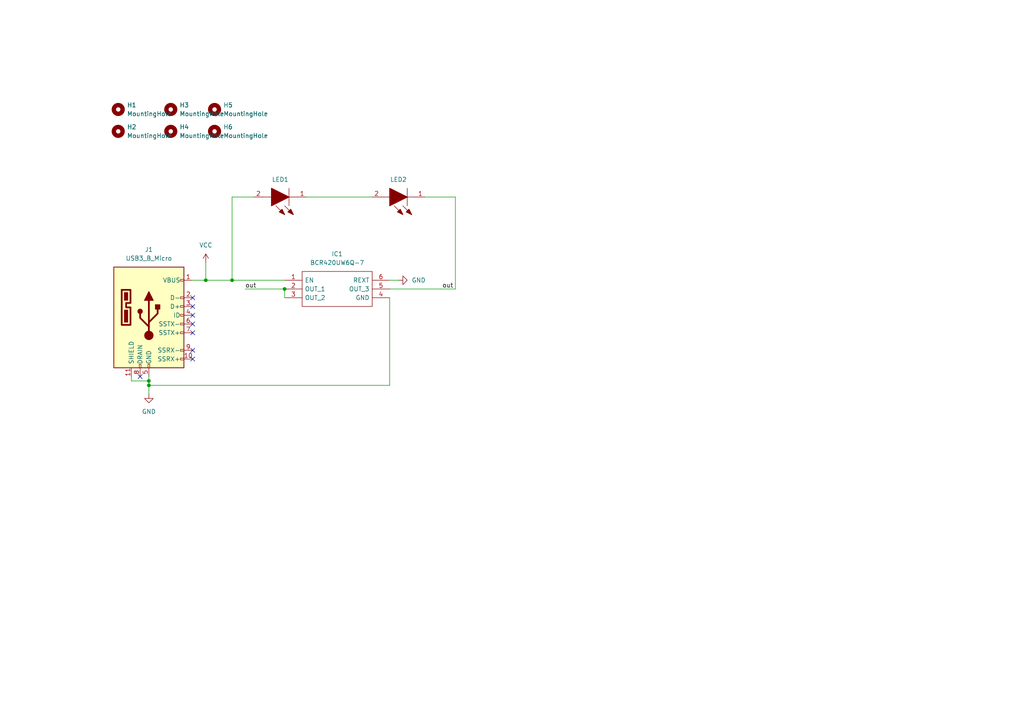
<source format=kicad_sch>
(kicad_sch (version 20211123) (generator eeschema)
  (paper "A4")
  (lib_symbols
    (symbol "BCR420UW6Q-7:BCR420UW6Q-7" (pin_names (offset 0.762))
      (property "Reference" "IC" (at 26.67 7.62 0))
      (property "Value" "BCR420UW6Q-7" (at 26.67 5.08 0))
      (symbol "BCR420UW6Q-7_0_0"
        (pin passive line (at 0 0 0) (length 5.08) (name "EN") (number "1"))
        (pin passive line (at 0 -2.54 0) (length 5.08) (name "OUT_1") (number "2"))
        (pin passive line (at 0 -5.08 0) (length 5.08) (name "OUT_2") (number "3"))
        (pin passive line (at 30.48 -5.08 180) (length 5.08) (name "GND") (number "4"))
        (pin passive line (at 30.48 -2.54 180) (length 5.08) (name "OUT_3") (number "5"))
        (pin passive line (at 30.48 0 180) (length 5.08) (name "REXT") (number "6"))
      )
      (symbol "BCR420UW6Q-7_0_1"
        (polyline (pts (xy 5.08 2.54) (xy 25.4 2.54) (xy 25.4 -7.62) (xy 5.08 -7.62) (xy 5.08 2.54)) (stroke (width 0.1524)))
      )
    )
    (symbol "Connector:USB3_B_Micro" (pin_names (offset 1.016))
      (property "Reference" "J" (at -10.16 15.24 0))
      (property "Value" "USB3_B_Micro" (at 10.16 15.24 0))
      (symbol "USB3_B_Micro_0_0"
        (rectangle (start -2.794 -15.24) (end -2.286 -14.224))
        (rectangle (start -0.254 -15.24) (end 0.254 -14.224))
        (rectangle (start 10.16 -12.446) (end 9.144 -12.954))
        (rectangle (start 10.16 -9.906) (end 9.144 -10.414))
        (rectangle (start 10.16 -4.826) (end 9.144 -5.334))
        (rectangle (start 10.16 -2.286) (end 9.144 -2.794))
        (rectangle (start 10.16 0.254) (end 9.144 -0.254))
        (rectangle (start 10.16 2.794) (end 9.144 2.286))
        (rectangle (start 10.16 5.334) (end 9.144 4.826))
        (rectangle (start 10.16 10.414) (end 9.144 9.906))
      )
      (symbol "USB3_B_Micro_0_1"
        (rectangle (start -10.16 13.97) (end 10.16 -15.24) (stroke (width 0.254)) (fill (type background)))
        (rectangle (start -7.112 1.524) (end -6.096 -2.032) (fill (type outline)))
        (rectangle (start -7.112 6.604) (end -6.096 4.318) (fill (type outline)))
        (polyline (pts (xy -7.874 7.366) (xy -7.874 -2.794) (xy -5.334 -2.794) (xy -5.334 2.286) (xy -6.604 2.286) (xy -6.604 3.556) (xy -5.334 3.556) (xy -5.334 7.366) (xy -7.874 7.366)) (stroke (width 0.508)))
      )
      (symbol "USB3_B_Micro_1_1"
        (circle (center -2.54 1.143) (radius 0.635) (stroke (width 0.254)) (fill (type outline)))
        (circle (center 0 -5.842) (radius 1.27) (fill (type outline)))
        (polyline (pts (xy 0 -5.842) (xy 0 4.318)) (stroke (width 0.508)))
        (polyline (pts (xy 0 -3.302) (xy -2.54 -0.762) (xy -2.54 0.508)) (stroke (width 0.508)))
        (polyline (pts (xy 0 -2.032) (xy 2.54 0.508) (xy 2.54 1.778)) (stroke (width 0.508)))
        (polyline (pts (xy -1.27 4.318) (xy 0 6.858) (xy 1.27 4.318) (xy -1.27 4.318)) (stroke (width 0.254)) (fill (type outline)))
        (rectangle (start 1.905 1.778) (end 3.175 3.048) (stroke (width 0.254)) (fill (type outline)))
        (pin power_out line (at 12.7 10.16 180) (length 2.54) (name "VBUS") (number "1"))
        (pin input line (at 12.7 -12.7 180) (length 2.54) (name "SSRX+") (number "10"))
        (pin passive line (at -5.08 -17.78 90) (length 2.54) (name "SHIELD") (number "11"))
        (pin bidirectional line (at 12.7 5.08 180) (length 2.54) (name "D-") (number "2"))
        (pin bidirectional line (at 12.7 2.54 180) (length 2.54) (name "D+") (number "3"))
        (pin passive line (at 12.7 0 180) (length 2.54) (name "ID") (number "4"))
        (pin power_out line (at 0 -17.78 90) (length 2.54) (name "GND") (number "5"))
        (pin output line (at 12.7 -2.54 180) (length 2.54) (name "SSTX-") (number "6"))
        (pin output line (at 12.7 -5.08 180) (length 2.54) (name "SSTX+") (number "7"))
        (pin passive line (at -2.54 -17.78 90) (length 2.54) (name "DRAIN") (number "8"))
        (pin input line (at 12.7 -10.16 180) (length 2.54) (name "SSRX-") (number "9"))
      )
    )
    (symbol "JB3030AWT-P-H65EA0000-N0000001:JB3030AWT-P-H65EA0000-N0000001" (pin_names (offset 0.762))
      (property "Reference" "LED" (at 12.7 8.89 0))
      (property "Value" "JB3030AWT-P-H65EA0000-N0000001" (at 12.7 6.35 0))
      (symbol "JB3030AWT-P-H65EA0000-N0000001_0_0"
        (pin passive line (at 0 0 0) (length 2.54) (name "~") (number "1"))
        (pin passive line (at 15.24 0 180) (length 2.54) (name "~") (number "2"))
      )
      (symbol "JB3030AWT-P-H65EA0000-N0000001_0_1"
        (polyline (pts (xy 2.54 0) (xy 5.08 0)) (stroke (width 0.1524)))
        (polyline (pts (xy 5.08 2.54) (xy 5.08 -2.54)) (stroke (width 0.1524)))
        (polyline (pts (xy 6.35 2.54) (xy 3.81 5.08)) (stroke (width 0.1524)))
        (polyline (pts (xy 8.89 2.54) (xy 6.35 5.08)) (stroke (width 0.1524)))
        (polyline (pts (xy 10.16 0) (xy 12.7 0)) (stroke (width 0.1524)))
        (polyline (pts (xy 5.08 0) (xy 10.16 2.54) (xy 10.16 -2.54) (xy 5.08 0)) (stroke (width 0.254)) (fill (type outline)))
        (polyline (pts (xy 5.334 4.318) (xy 4.572 3.556) (xy 3.81 5.08) (xy 5.334 4.318)) (stroke (width 0.254)) (fill (type outline)))
        (polyline (pts (xy 7.874 4.318) (xy 7.112 3.556) (xy 6.35 5.08) (xy 7.874 4.318)) (stroke (width 0.254)) (fill (type outline)))
      )
    )
    (symbol "Mechanical:MountingHole" (pin_names (offset 1.016))
      (property "Reference" "H" (at 0 5.08 0))
      (property "Value" "MountingHole" (at 0 3.175 0))
      (symbol "MountingHole_0_1"
        (circle (center 0 0) (radius 1.27) (stroke (width 1.27)))
      )
    )
    (symbol "power:GND" (power) (pin_names (offset 0))
      (property "Value" "GND" (at 0 -3.81 0))
      (symbol "GND_0_1"
        (polyline (pts (xy 0 0) (xy 0 -1.27) (xy 1.27 -1.27) (xy 0 -2.54) (xy -1.27 -1.27) (xy 0 -1.27)))
      )
      (symbol "GND_1_1"
        (pin power_in line (at 0 0 270) (length 0) hide (name "GND") (number "1"))
      )
    )
    (symbol "power:VCC" (power) (pin_names (offset 0))
      (property "Value" "VCC" (at 0 3.81 0))
      (symbol "VCC_0_1"
        (polyline (pts (xy -0.762 1.27) (xy 0 2.54)))
        (polyline (pts (xy 0 0) (xy 0 2.54)))
        (polyline (pts (xy 0 2.54) (xy 0.762 1.27)))
      )
      (symbol "VCC_1_1"
        (pin power_in line (at 0 0 90) (length 0) hide (name "VCC") (number "1"))
      )
    )
  )
  (junction (at 59.69 81.28))
  (junction (at 43.18 110.49))
  (junction (at 82.55 83.82))
  (junction (at 43.18 111.76))
  (junction (at 67.31 81.28))
  (no_connect (at 40.64 109.22))
  (no_connect (at 55.88 86.36))
  (no_connect (at 55.88 91.44))
  (no_connect (at 55.88 93.98))
  (no_connect (at 55.88 96.52))
  (no_connect (at 55.88 101.6))
  (no_connect (at 55.88 104.14))
  (no_connect (at 55.88 88.9))
  (wire (pts (xy 73.66 57.15) (xy 67.31 57.15)))
  (wire (pts (xy 113.03 83.82) (xy 132.08 83.82)))
  (wire (pts (xy 113.03 111.76) (xy 43.18 111.76)))
  (wire (pts (xy 59.69 81.28) (xy 67.31 81.28)))
  (wire (pts (xy 43.18 110.49) (xy 43.18 111.76)))
  (wire (pts (xy 113.03 86.36) (xy 113.03 111.76)))
  (wire (pts (xy 123.19 57.15) (xy 132.08 57.15)))
  (wire (pts (xy 67.31 57.15) (xy 67.31 81.28)))
  (wire (pts (xy 132.08 57.15) (xy 132.08 83.82)))
  (wire (pts (xy 71.12 83.82) (xy 82.55 83.82)))
  (wire (pts (xy 38.1 110.49) (xy 43.18 110.49)))
  (wire (pts (xy 88.9 57.15) (xy 107.95 57.15)))
  (wire (pts (xy 113.03 81.28) (xy 115.57 81.28)))
  (wire (pts (xy 43.18 111.76) (xy 43.18 114.3)))
  (wire (pts (xy 82.55 83.82) (xy 82.55 86.36)))
  (wire (pts (xy 59.69 76.2) (xy 59.69 81.28)))
  (wire (pts (xy 55.88 81.28) (xy 59.69 81.28)))
  (wire (pts (xy 43.18 109.22) (xy 43.18 110.49)))
  (wire (pts (xy 38.1 109.22) (xy 38.1 110.49)))
  (wire (pts (xy 67.31 81.28) (xy 82.55 81.28)))
  (label "out" (at 71.12 83.82 0))
  (label "out" (at 128.27 83.82 0))
  (symbol (lib_id "Mechanical:MountingHole") (at 34.29 31.75 0) (unit 1)
    (property "Reference" "H1" (at 36.83 30.4799 0) (effects (justify left)))
    (property "Value" "MountingHole" (at 36.83 33.0199 0) (effects (justify left)))
    (property "Footprint" "MountingHole:MountingHole_2.5mm" (effects hide))
  )
  (symbol (lib_id "Connector:USB3_B_Micro") (at 43.18 91.44 0) (unit 1)
    (property "Reference" "J1" (at 43.18 72.39 0))
    (property "Value" "USB3_B_Micro" (at 43.18 74.93 0))
    (property "Footprint" "Connector_USB:USB_Micro-B_Amphenol_10104110_Horizontal" (effects hide))
  )
  (symbol (lib_id "Mechanical:MountingHole") (at 34.29 38.1 0) (unit 1)
    (property "Reference" "H2" (at 36.83 36.8299 0) (effects (justify left)))
    (property "Value" "MountingHole" (at 36.83 39.3699 0) (effects (justify left)))
    (property "Footprint" "MountingHole:MountingHole_2.5mm" (effects hide))
  )
  (symbol (lib_id "power:VCC") (at 59.69 76.2 0) (unit 1)
    (property "Reference" "#PWR0103" (effects hide))
    (property "Value" "VCC" (at 59.69 71.12 0))
  )
  (symbol (lib_id "power:GND") (at 115.57 81.28 90) (unit 1)
    (property "Reference" "#PWR0101" (effects hide))
    (property "Value" "GND" (at 119.38 81.2799 90) (effects (justify right)))
  )
  (symbol (lib_id "Mechanical:MountingHole") (at 62.23 38.1 0) (unit 1)
    (property "Reference" "H6" (at 64.77 36.8299 0) (effects (justify left)))
    (property "Value" "MountingHole" (at 64.77 39.3699 0) (effects (justify left)))
    (property "Footprint" "MountingHole:MountingHole_2.5mm" (effects hide))
  )
  (symbol (lib_id "Mechanical:MountingHole") (at 49.53 31.75 0) (unit 1)
    (property "Reference" "H3" (at 52.07 30.4799 0) (effects (justify left)))
    (property "Value" "MountingHole" (at 52.07 33.0199 0) (effects (justify left)))
    (property "Footprint" "MountingHole:MountingHole_2.5mm" (effects hide))
  )
  (symbol (lib_id "JB3030AWT-P-H65EA0000-N0000001:JB3030AWT-P-H65EA0000-N0000001") (at 123.19 57.15 180) (unit 1)
    (property "Reference" "LED2" (at 115.57 52.07 0))
    (property "Value" "JB3030AWT-P-H65EA0000-N0000001" (effects hide))
    (property "Footprint" "jb3030:JB3030AWTPH65EA0000N0000001" (effects hide))
    (property "Datasheet" "https://www.cree.com/led-components/media/documents/data-sheet-JSeries-3030.pdf" (effects hide))
    (property "Description" "LED Mid Power / JB3030 3V Standard (P) CRI 80 CCT 6500K KITTED 3-STEP" (effects hide))
    (property "Manufacturer_Name" "Wolfspeed" (effects hide))
    (property "Manufacturer_Part_Number" "JB3030AWT-P-H65EA0000-N0000001" (effects hide))
    (property "Mouser Part Number" "941-JB3030AWTH65EAN" (effects hide))
    (property "Mouser Price/Stock" "https://www.mouser.co.uk/ProductDetail/Cree-Inc/JB3030AWT-P-H65EA0000-N0000001/?qs=7MVldsJ5UaxCdPSZm9mDFA%3D%3D" (effects hide))
    (property "Arrow Part Number" "JB3030AWT-P-H65EA0000-N0000001" (effects hide))
    (property "Arrow Price/Stock" "https://www.arrow.com/en/products/jb3030awt-p-h65ea0000-n0000001/cree" (effects hide))
  )
  (symbol (lib_id "BCR420UW6Q-7:BCR420UW6Q-7") (at 82.55 81.28 0) (unit 1)
    (property "Reference" "IC1" (at 97.79 73.66 0))
    (property "Value" "BCR420UW6Q-7" (at 97.79 76.2 0))
    (property "Footprint" "bcr420:SOT95P285X140-6N" (effects hide))
    (property "Datasheet" "https://www.diodes.com/assets/Datasheets/BCR420UW6Q-BCR421UW6Q.pdf" (effects hide))
    (property "Description" "LED Lighting Drivers Transistor LED Driver" (effects hide))
    (property "Height" "1.4" (effects hide))
    (property "Manufacturer_Name" "Diodes Inc." (effects hide))
    (property "Manufacturer_Part_Number" "BCR420UW6Q-7" (effects hide))
    (property "Mouser Part Number" "621-BCR420UW6Q-7" (effects hide))
    (property "Mouser Price/Stock" "https://www.mouser.co.uk/ProductDetail/Diodes-Incorporated/BCR420UW6Q-7?qs=4EhzHfbM1GjXU07mR%2FihoQ%3D%3D" (effects hide))
    (property "Arrow Part Number" "BCR420UW6Q-7" (effects hide))
    (property "Arrow Price/Stock" "https://www.arrow.com/en/products/bcr420uw6q-7/diodes-incorporated?region=nac" (effects hide))
  )
  (symbol (lib_id "power:GND") (at 43.18 114.3 0) (unit 1)
    (property "Reference" "#PWR0102" (effects hide))
    (property "Value" "GND" (at 43.18 119.38 0))
  )
  (symbol (lib_id "Mechanical:MountingHole") (at 49.53 38.1 0) (unit 1)
    (property "Reference" "H4" (at 52.07 36.8299 0) (effects (justify left)))
    (property "Value" "MountingHole" (at 52.07 39.3699 0) (effects (justify left)))
    (property "Footprint" "MountingHole:MountingHole_2.5mm" (effects hide))
  )
  (symbol (lib_id "Mechanical:MountingHole") (at 62.23 31.75 0) (unit 1)
    (property "Reference" "H5" (at 64.77 30.4799 0) (effects (justify left)))
    (property "Value" "MountingHole" (at 64.77 33.0199 0) (effects (justify left)))
    (property "Footprint" "MountingHole:MountingHole_2.5mm" (effects hide))
  )
  (symbol (lib_id "JB3030AWT-P-H65EA0000-N0000001:JB3030AWT-P-H65EA0000-N0000001") (at 88.9 57.15 180) (unit 1)
    (property "Reference" "LED1" (at 81.28 52.07 0))
    (property "Value" "JB3030AWT-P-H65EA0000-N0000001" (effects hide))
    (property "Footprint" "jb3030:JB3030AWTPH65EA0000N0000001" (effects hide))
    (property "Datasheet" "https://www.cree.com/led-components/media/documents/data-sheet-JSeries-3030.pdf" (effects hide))
    (property "Description" "LED Mid Power / JB3030 3V Standard (P) CRI 80 CCT 6500K KITTED 3-STEP" (effects hide))
    (property "Manufacturer_Name" "Wolfspeed" (effects hide))
    (property "Manufacturer_Part_Number" "JB3030AWT-P-H65EA0000-N0000001" (effects hide))
    (property "Mouser Part Number" "941-JB3030AWTH65EAN" (effects hide))
    (property "Mouser Price/Stock" "https://www.mouser.co.uk/ProductDetail/Cree-Inc/JB3030AWT-P-H65EA0000-N0000001/?qs=7MVldsJ5UaxCdPSZm9mDFA%3D%3D" (effects hide))
    (property "Arrow Part Number" "JB3030AWT-P-H65EA0000-N0000001" (effects hide))
    (property "Arrow Price/Stock" "https://www.arrow.com/en/products/jb3030awt-p-h65ea0000-n0000001/cree" (effects hide))
  )
)
</source>
